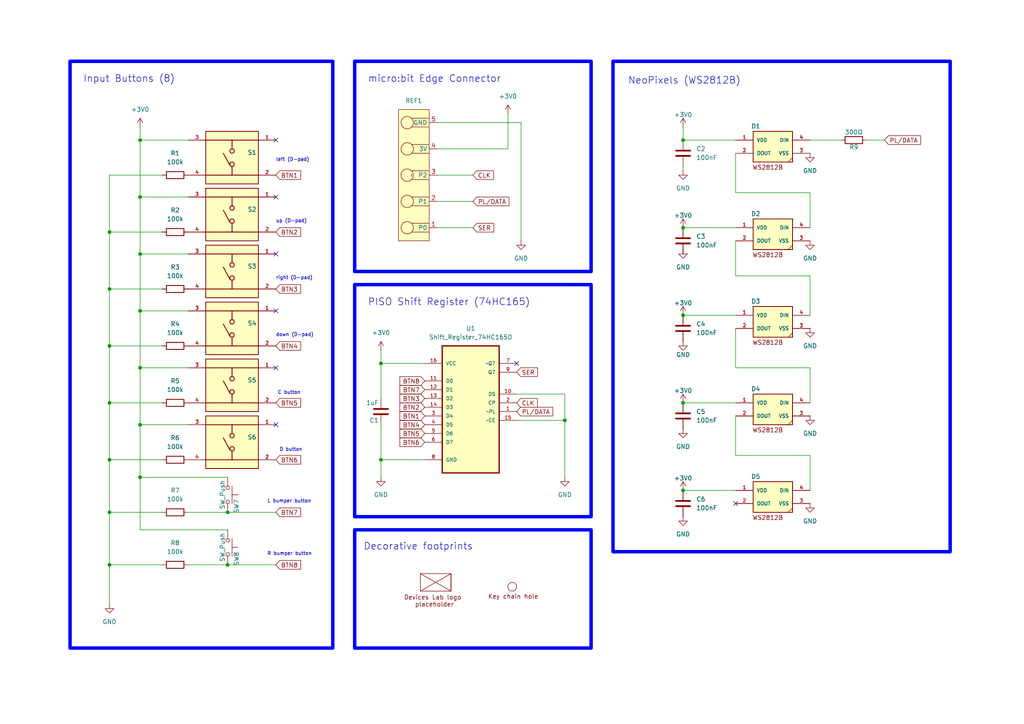
<source format=kicad_sch>
(kicad_sch (version 20231120) (generator "eeschema") (generator_version "8.0")
  (paper "A4")
  (title_block (title "solder:bit Gamepad") (date "2024-06-19") (rev "v0.5") (company "Aron Eggens"))
  (lib_symbols
    (symbol "Device:C" (pin_numbers hide) (pin_names (offset 0.254))
      (property "Reference" "C" (at 0.635 2.54 0))
      (property "Value" "C" (at 0.635 -2.54 0))
      (symbol "C_0_1"
        (polyline (pts (xy -2.032 -0.762) (xy 2.032 -0.762)) (stroke (width 0.508)))
        (polyline (pts (xy -2.032 0.762) (xy 2.032 0.762)) (stroke (width 0.508)))
      )
      (symbol "C_1_1"
        (pin passive line (at 0 3.81 270) (length 2.794) (name "~") (number "1"))
        (pin passive line (at 0 -3.81 90) (length 2.794) (name "~") (number "2"))
      )
    )
    (symbol "Device:R" (pin_numbers hide) (pin_names (offset 0))
      (property "Reference" "R" (at 2.032 0 90))
      (property "Value" "R" (at 0 0 90))
      (symbol "R_0_1"
        (rectangle (start -1.016 -2.54) (end 1.016 2.54) (stroke (width 0.254)))
      )
      (symbol "R_1_1"
        (pin passive line (at 0 3.81 270) (length 1.27) (name "~") (number "1"))
        (pin passive line (at 0 -3.81 90) (length 1.27) (name "~") (number "2"))
      )
    )
    (symbol "Solderbit_Gamepad:Devices-Lab_Logo_Placeholder" (in_bom no)
      (symbol "Devices-Lab_Logo_Placeholder_0_1"
        (rectangle (start -3.81 -1.27) (end 5.08 -6.35))
        (polyline (pts (xy -3.81 -1.27) (xy 5.08 -6.35) (xy 5.08 -1.27) (xy -3.81 -6.35)))
      )
      (symbol "Devices-Lab_Logo_Placeholder_1_1"
        (text "Devices Lab logo \nplaceholder" (at 0.254 -9.144 0) (effects (font (size 1.27 1.27))))
      )
    )
    (symbol "Solderbit_Gamepad:Key_Chain_Hole" (in_bom no)
      (symbol "Key_Chain_Hole_0_1"
        (circle (center 0 -2.54) (radius 1.27))
      )
      (symbol "Key_Chain_Hole_1_1"
        (text "Key chain hole" (at 0.254 -5.334 0) (effects (font (size 1.27 1.27))))
      )
    )
    (symbol "Solderbit_Gamepad:Microbit_Edge_Connector"
      (property "Reference" "REF" (at -22.86 5.08 0))
      (symbol "Microbit_Edge_Connector_0_1"
        (circle (center -15.24 2.54) (radius 1.7961))
        (circle (center -7.62 2.54) (radius 1.7961))
        (polyline (pts (xy -16.51 -3.81) (xy -16.51 1.27)))
        (polyline (pts (xy -13.97 1.27) (xy -13.97 -3.81)))
        (polyline (pts (xy -8.89 -3.81) (xy -8.89 1.27)))
        (polyline (pts (xy -6.35 1.27) (xy -6.35 -3.81)))
        (polyline (pts (xy -1.27 -3.81) (xy -1.27 1.27)))
        (polyline (pts (xy 1.27 1.27) (xy 1.27 -3.81)))
        (polyline (pts (xy 6.35 1.27) (xy 6.35 -3.81)))
        (polyline (pts (xy 8.89 -3.81) (xy 8.89 1.27)))
        (polyline (pts (xy 13.97 1.27) (xy 13.97 -3.81)))
        (polyline (pts (xy 16.51 1.27) (xy 16.51 -3.81)))
        (circle (center 0 2.54) (radius 1.7961))
        (circle (center 7.62 2.54) (radius 1.7961))
        (circle (center 15.24 2.54) (radius 1.7961))
      )
      (symbol "Microbit_Edge_Connector_1_1"
        (rectangle (start -19.05 5.08) (end 19.05 -3.81) (fill (type background)))
        (pin bidirectional line (at -15.24 -6.35 90) (length 2.54) (name "P0") (number "1"))
        (pin bidirectional line (at -7.62 -6.35 90) (length 2.54) (name "P1") (number "2"))
        (pin bidirectional line (at 0 -6.35 90) (length 2.54) (name "P2") (number "3"))
        (pin power_out line (at 7.62 -6.35 90) (length 2.54) (name "3V") (number "4"))
        (pin power_out line (at 15.24 -6.35 90) (length 2.54) (name "GND") (number "5"))
      )
    )
    (symbol "Solderbit_Gamepad:NeoPixel_WS2812B" (pin_names (offset 1.016))
      (property "Reference" "D" (at -5.588 8.382 0))
      (symbol "NeoPixel_WS2812B_0_0"
        (rectangle (start -6.35 7.62) (end 5.08 -1.27) (stroke (width 0.254)) (fill (type background)))
        (text "WS2812B" (at -6.604 -3.556 0) (effects (font (size 1.27 1.27)) (justify left bottom)))
      )
      (symbol "NeoPixel_WS2812B_0_1"
        (polyline (pts (xy 5.08 0) (xy 3.81 -1.27)))
      )
      (symbol "NeoPixel_WS2812B_1_0"
        (pin power_in line (at -11.43 5.08 0) (length 5.08) (name "VDD") (number "1"))
        (pin output line (at -11.43 1.27 0) (length 5.08) (name "DOUT") (number "2"))
        (pin power_in line (at 10.16 1.27 180) (length 5.08) (name "VSS") (number "3"))
        (pin input line (at 10.16 5.08 180) (length 5.08) (name "DIN") (number "4"))
      )
    )
    (symbol "Solderbit_Gamepad:Shift_Register_74HC165D" (pin_names (offset 1.016))
      (property "Reference" "U" (at -12.7 22.86 0))
      (property "Value" "Shift_Register_74HC165D" (at -11.43 -19.05 0))
      (symbol "Shift_Register_74HC165D_0_0"
        (rectangle (start -12.7 21.59) (end 3.81 -15.24) (stroke (width 0.4064)) (fill (type background)))
        (pin input line (at 8.89 2.54 180) (length 5.08) (name "~PL") (number "1"))
        (pin input line (at 8.89 7.62 180) (length 5.08) (name "DS") (number "10"))
        (pin input line (at -17.78 11.43 0) (length 5.08) (name "D0") (number "11"))
        (pin input line (at -17.78 8.89 0) (length 5.08) (name "D1") (number "12"))
        (pin input line (at -17.78 6.35 0) (length 5.08) (name "D2") (number "13"))
        (pin input line (at -17.78 3.81 0) (length 5.08) (name "D3") (number "14"))
        (pin input line (at 8.89 0 180) (length 5.08) (name "~CE") (number "15"))
        (pin power_in line (at -17.78 16.51 0) (length 5.08) (name "VCC") (number "16"))
        (pin input line (at 8.89 5.08 180) (length 5.08) (name "CP") (number "2"))
        (pin input line (at -17.78 1.27 0) (length 5.08) (name "D4") (number "3"))
        (pin input line (at -17.78 -1.27 0) (length 5.08) (name "D5") (number "4"))
        (pin input line (at -17.78 -3.81 0) (length 5.08) (name "D6") (number "5"))
        (pin input line (at -17.78 -6.35 0) (length 5.08) (name "D7") (number "6"))
        (pin output line (at 8.89 16.51 180) (length 5.08) (name "~Q7") (number "7"))
        (pin passive line (at -17.78 -11.43 0) (length 5.08) (name "GND") (number "8"))
        (pin output line (at 8.89 13.97 180) (length 5.08) (name "Q7") (number "9"))
      )
    )
    (symbol "Solderbit_Gamepad:Tactile_Switch_Button" (pin_names (offset 1.016))
      (property "Reference" "S" (at -7.112 0.762 0))
      (symbol "Tactile_Switch_Button_0_0"
        (circle (center 0 -1.905) (radius 0.635) (stroke (width 0.254)))
        (polyline (pts (xy 0 -5.08) (xy -7.62 -5.08)) (stroke (width 0.254)))
        (polyline (pts (xy 0 -5.08) (xy 7.62 -5.08)) (stroke (width 0.254)))
        (polyline (pts (xy 0 -2.54) (xy 0 -5.08)) (stroke (width 0.254)))
        (polyline (pts (xy 0 5.08) (xy -7.62 5.08)) (stroke (width 0.254)))
        (polyline (pts (xy 0 5.08) (xy 0 2.54)) (stroke (width 0.254)))
        (polyline (pts (xy 0 5.08) (xy 7.62 5.08)) (stroke (width 0.254)))
        (polyline (pts (xy 0.635 -2.2225) (xy 2.54 1.27)) (stroke (width 0.254)))
        (circle (center 0 1.905) (radius 0.635) (stroke (width 0.254)))
        (pin passive line (at -12.7 5.08 0) (length 5.08) (name "~") (number "1"))
        (pin passive line (at -12.7 -5.08 0) (length 5.08) (name "~") (number "2"))
        (pin passive line (at 12.7 5.08 180) (length 5.08) (name "~") (number "3"))
        (pin passive line (at 12.7 -5.08 180) (length 5.08) (name "~") (number "4"))
      )
      (symbol "Tactile_Switch_Button_1_0"
        (rectangle (start -7.62 7.62) (end 7.62 -7.62) (stroke (width 0.254)) (fill (type background)))
      )
    )
    (symbol "Switch:SW_Push" (pin_numbers hide) (pin_names (offset 1.016) hide)
      (property "Reference" "SW" (at 1.27 2.54 0))
      (property "Value" "SW_Push" (at 0 -1.524 0))
      (symbol "SW_Push_0_1"
        (circle (center -2.032 0) (radius 0.508))
        (polyline (pts (xy 0 1.27) (xy 0 3.048)))
        (polyline (pts (xy 2.54 1.27) (xy -2.54 1.27)))
        (circle (center 2.032 0) (radius 0.508))
        (pin passive line (at -5.08 0 0) (length 2.54) (name "1") (number "1"))
        (pin passive line (at 5.08 0 180) (length 2.54) (name "2") (number "2"))
      )
    )
    (symbol "power:+3V0" (power) (pin_numbers hide) (pin_names (offset 0) hide)
      (property "Value" "+3V0" (at 0 3.556 0))
      (symbol "+3V0_0_1"
        (polyline (pts (xy -0.762 1.27) (xy 0 2.54)))
        (polyline (pts (xy 0 0) (xy 0 2.54)))
        (polyline (pts (xy 0 2.54) (xy 0.762 1.27)))
      )
      (symbol "+3V0_1_1"
        (pin power_in line (at 0 0 90) (length 0) (name "~") (number "1"))
      )
    )
    (symbol "power:GND" (power) (pin_numbers hide) (pin_names (offset 0) hide)
      (property "Value" "GND" (at 0 -3.81 0))
      (symbol "GND_0_1"
        (polyline (pts (xy 0 0) (xy 0 -1.27) (xy 1.27 -1.27) (xy 0 -2.54) (xy -1.27 -1.27) (xy 0 -1.27)))
      )
      (symbol "GND_1_1"
        (pin power_in line (at 0 0 270) (length 0) (name "~") (number "1"))
      )
    )
  )
  (junction (at 31.75 163.83))
  (junction (at 66.04 163.83))
  (junction (at 198.12 91.44))
  (junction (at 40.64 73.66))
  (junction (at 198.12 40.64))
  (junction (at 31.75 148.59))
  (junction (at 40.64 123.19))
  (junction (at 40.64 106.68))
  (junction (at 31.75 116.84))
  (junction (at 110.49 133.35))
  (junction (at 110.49 105.41))
  (junction (at 198.12 116.84))
  (junction (at 40.64 40.64))
  (junction (at 40.64 138.43))
  (junction (at 198.12 66.04))
  (junction (at 31.75 133.35))
  (junction (at 163.83 121.92))
  (junction (at 66.04 148.59))
  (junction (at 31.75 100.33))
  (junction (at 198.12 142.24))
  (junction (at 40.64 57.15))
  (junction (at 40.64 90.17))
  (junction (at 31.75 67.31))
  (junction (at 31.75 83.82))
  (no_connect (at 213.36 146.05))
  (no_connect (at 80.01 106.68))
  (no_connect (at 80.01 90.17))
  (no_connect (at 80.01 73.66))
  (no_connect (at 80.01 40.64))
  (no_connect (at 149.86 105.41))
  (no_connect (at 80.01 57.15))
  (no_connect (at 80.01 123.19))
  (wire (pts (xy 234.95 106.68) (xy 234.95 116.84)))
  (wire (pts (xy 198.12 36.83) (xy 198.12 40.64)))
  (wire (pts (xy 213.36 44.45) (xy 213.36 55.88)))
  (wire (pts (xy 198.12 66.04) (xy 213.36 66.04)))
  (wire (pts (xy 198.12 142.24) (xy 213.36 142.24)))
  (wire (pts (xy 213.36 106.68) (xy 234.95 106.68)))
  (wire (pts (xy 151.13 35.56) (xy 151.13 69.85)))
  (wire (pts (xy 110.49 123.19) (xy 110.49 133.35)))
  (wire (pts (xy 40.64 138.43) (xy 40.64 153.67)))
  (wire (pts (xy 31.75 67.31) (xy 31.75 83.82)))
  (wire (pts (xy 234.95 132.08) (xy 234.95 142.24)))
  (wire (pts (xy 40.64 73.66) (xy 40.64 90.17)))
  (wire (pts (xy 31.75 83.82) (xy 31.75 100.33)))
  (wire (pts (xy 149.86 121.92) (xy 163.83 121.92)))
  (wire (pts (xy 213.36 132.08) (xy 234.95 132.08)))
  (wire (pts (xy 46.99 133.35) (xy 31.75 133.35)))
  (wire (pts (xy 127 35.56) (xy 151.13 35.56)))
  (wire (pts (xy 110.49 105.41) (xy 110.49 115.57)))
  (wire (pts (xy 66.04 148.59) (xy 80.01 148.59)))
  (wire (pts (xy 40.64 40.64) (xy 40.64 57.15)))
  (wire (pts (xy 40.64 138.43) (xy 66.04 138.43)))
  (wire (pts (xy 256.54 40.64) (xy 251.46 40.64)))
  (wire (pts (xy 163.83 114.3) (xy 163.83 121.92)))
  (wire (pts (xy 127 50.8) (xy 137.16 50.8)))
  (wire (pts (xy 46.99 163.83) (xy 31.75 163.83)))
  (wire (pts (xy 31.75 116.84) (xy 31.75 133.35)))
  (wire (pts (xy 123.19 105.41) (xy 110.49 105.41)))
  (wire (pts (xy 54.61 106.68) (xy 40.64 106.68)))
  (wire (pts (xy 40.64 123.19) (xy 40.64 138.43)))
  (wire (pts (xy 127 66.04) (xy 137.16 66.04)))
  (wire (pts (xy 198.12 116.84) (xy 213.36 116.84)))
  (wire (pts (xy 198.12 73.66) (xy 198.12 72.39)))
  (wire (pts (xy 54.61 123.19) (xy 40.64 123.19)))
  (wire (pts (xy 234.95 80.01) (xy 234.95 91.44)))
  (wire (pts (xy 149.86 114.3) (xy 163.83 114.3)))
  (wire (pts (xy 110.49 105.41) (xy 110.49 101.6)))
  (wire (pts (xy 46.99 148.59) (xy 31.75 148.59)))
  (wire (pts (xy 40.64 73.66) (xy 54.61 73.66)))
  (wire (pts (xy 46.99 50.8) (xy 31.75 50.8)))
  (wire (pts (xy 198.12 91.44) (xy 213.36 91.44)))
  (wire (pts (xy 127 58.42) (xy 137.16 58.42)))
  (wire (pts (xy 213.36 55.88) (xy 234.95 55.88)))
  (wire (pts (xy 163.83 121.92) (xy 163.83 138.43)))
  (wire (pts (xy 31.75 100.33) (xy 46.99 100.33)))
  (wire (pts (xy 147.32 43.18) (xy 127 43.18)))
  (wire (pts (xy 213.36 69.85) (xy 213.36 80.01)))
  (wire (pts (xy 46.99 116.84) (xy 31.75 116.84)))
  (wire (pts (xy 40.64 36.83) (xy 40.64 40.64)))
  (wire (pts (xy 31.75 50.8) (xy 31.75 67.31)))
  (wire (pts (xy 31.75 100.33) (xy 31.75 116.84)))
  (wire (pts (xy 234.95 55.88) (xy 234.95 66.04)))
  (wire (pts (xy 40.64 90.17) (xy 54.61 90.17)))
  (wire (pts (xy 198.12 48.26) (xy 198.12 49.53)))
  (wire (pts (xy 123.19 133.35) (xy 110.49 133.35)))
  (wire (pts (xy 46.99 67.31) (xy 31.75 67.31)))
  (wire (pts (xy 54.61 40.64) (xy 40.64 40.64)))
  (wire (pts (xy 54.61 57.15) (xy 40.64 57.15)))
  (wire (pts (xy 213.36 95.25) (xy 213.36 106.68)))
  (wire (pts (xy 31.75 133.35) (xy 31.75 148.59)))
  (wire (pts (xy 213.36 80.01) (xy 234.95 80.01)))
  (wire (pts (xy 234.95 40.64) (xy 243.84 40.64)))
  (wire (pts (xy 147.32 33.02) (xy 147.32 43.18)))
  (wire (pts (xy 54.61 148.59) (xy 66.04 148.59)))
  (wire (pts (xy 31.75 148.59) (xy 31.75 163.83)))
  (wire (pts (xy 110.49 133.35) (xy 110.49 138.43)))
  (wire (pts (xy 31.75 163.83) (xy 31.75 175.26)))
  (wire (pts (xy 198.12 40.64) (xy 213.36 40.64)))
  (wire (pts (xy 40.64 123.19) (xy 40.64 106.68)))
  (wire (pts (xy 54.61 163.83) (xy 66.04 163.83)))
  (wire (pts (xy 40.64 153.67) (xy 66.04 153.67)))
  (wire (pts (xy 66.04 163.83) (xy 80.01 163.83)))
  (wire (pts (xy 213.36 120.65) (xy 213.36 132.08)))
  (wire (pts (xy 40.64 57.15) (xy 40.64 73.66)))
  (wire (pts (xy 31.75 83.82) (xy 46.99 83.82)))
  (wire (pts (xy 40.64 90.17) (xy 40.64 106.68)))
  (rectangle (start 177.8 17.78) (end 275.59 160.02) (stroke (width 1) (color 0 0 255 0.15)))
  (rectangle (start 20.32 17.78) (end 96.52 187.96) (stroke (width 1) (color 0 0 255 0.15)))
  (rectangle (start 102.87 153.67) (end 171.45 187.96) (stroke (width 1) (color 0 0 255 0.15)))
  (rectangle (start 102.87 82.55) (end 171.45 149.86) (stroke (width 1) (color 0 0 255 0.15)))
  (rectangle (start 102.87 17.78) (end 171.45 78.74) (stroke (width 1) (color 0 0 255 0.15)))
  (text "D button" (at 81.026 131.064 0) (effects (font (size 1 1)) (justify left bottom)))
  (text "down (D-pad)" (at 80.01 97.79 0) (effects (font (size 1 1)) (justify left bottom)))
  (text "NeoPixels (WS2812B)\n" (at 182.118 24.638 0) (effects (font (size 2 2)) (justify left bottom)))
  (text "C button" (at 80.518 114.554 0) (effects (font (size 1 1)) (justify left bottom)))
  (text "Input Buttons (8)" (at 24.13 24.13 0) (effects (font (size 2 2)) (justify left bottom)))
  (text "L bumper button" (at 77.47 146.05 0) (effects (font (size 1 1)) (justify left bottom)))
  (text "left (D-pad)" (at 80.01 46.99 0) (effects (font (size 1 1)) (justify left bottom)))
  (text "R bumper button" (at 77.47 161.29 0) (effects (font (size 1 1)) (justify left bottom)))
  (text "micro:bit Edge Connector\n" (at 106.68 24.13 0) (effects (font (size 2 2)) (justify left bottom)))
  (text "right (D-pad)" (at 80.01 81.28 0) (effects (font (size 1 1)) (justify left bottom)))
  (text "Decorative footprints" (at 105.41 159.766 0) (effects (font (size 2 2)) (justify left bottom)))
  (text "up (D-pad)" (at 80.01 64.77 0) (effects (font (size 1 1)) (justify left bottom)))
  (text "PISO Shift Register (74HC165)" (at 106.68 88.9 0) (effects (font (size 2 2)) (justify left bottom)))
  (global_label "BTN2" (shape input) (at 123.19 118.11 180) (property "Intersheetrefs" "${INTERSHEET_REFS}" (effects (hide yes))))
  (global_label "BTN8" (shape input) (at 80.01 163.83 0) (property "Intersheetrefs" "${INTERSHEET_REFS}" (effects (hide yes))))
  (global_label "SER" (shape input) (at 149.86 107.95 0) (property "Intersheetrefs" "${INTERSHEET_REFS}" (effects (hide yes))))
  (global_label "BTN5" (shape input) (at 123.19 125.73 180) (property "Intersheetrefs" "${INTERSHEET_REFS}" (effects (hide yes))))
  (global_label "BTN3" (shape input) (at 80.01 83.82 0) (property "Intersheetrefs" "${INTERSHEET_REFS}" (effects (hide yes))))
  (global_label "CLK" (shape input) (at 149.86 116.84 0) (property "Intersheetrefs" "${INTERSHEET_REFS}" (effects (hide yes))))
  (global_label "BTN1" (shape input) (at 123.19 120.65 180) (property "Intersheetrefs" "${INTERSHEET_REFS}" (effects (hide yes))))
  (global_label "BTN4" (shape input) (at 80.01 100.33 0) (property "Intersheetrefs" "${INTERSHEET_REFS}" (effects (hide yes))))
  (global_label "BTN6" (shape input) (at 123.19 128.27 180) (property "Intersheetrefs" "${INTERSHEET_REFS}" (effects (hide yes))))
  (global_label "BTN4" (shape input) (at 123.19 123.19 180) (property "Intersheetrefs" "${INTERSHEET_REFS}" (effects (hide yes))))
  (global_label "PL{slash}DATA" (shape input) (at 256.54 40.64 0) (property "Intersheetrefs" "${INTERSHEET_REFS}" (effects (hide yes))))
  (global_label "SER" (shape input) (at 137.16 66.04 0) (property "Intersheetrefs" "${INTERSHEET_REFS}" (effects (hide yes))))
  (global_label "BTN1" (shape input) (at 80.01 50.8 0) (property "Intersheetrefs" "${INTERSHEET_REFS}" (effects (hide yes))))
  (global_label "BTN7" (shape input) (at 123.19 113.03 180) (property "Intersheetrefs" "${INTERSHEET_REFS}" (effects (hide yes))))
  (global_label "PL{slash}DATA" (shape input) (at 149.86 119.38 0) (property "Intersheetrefs" "${INTERSHEET_REFS}" (effects (hide yes))))
  (global_label "BTN5" (shape input) (at 80.01 116.84 0) (property "Intersheetrefs" "${INTERSHEET_REFS}" (effects (hide yes))))
  (global_label "PL{slash}DATA" (shape input) (at 137.16 58.42 0) (property "Intersheetrefs" "${INTERSHEET_REFS}" (effects (hide yes))))
  (global_label "BTN2" (shape input) (at 80.01 67.31 0) (property "Intersheetrefs" "${INTERSHEET_REFS}" (effects (hide yes))))
  (global_label "CLK" (shape input) (at 137.16 50.8 0) (property "Intersheetrefs" "${INTERSHEET_REFS}" (effects (hide yes))))
  (global_label "BTN3" (shape input) (at 123.19 115.57 180) (property "Intersheetrefs" "${INTERSHEET_REFS}" (effects (hide yes))))
  (global_label "BTN6" (shape input) (at 80.01 133.35 0) (property "Intersheetrefs" "${INTERSHEET_REFS}" (effects (hide yes))))
  (global_label "BTN8" (shape input) (at 123.19 110.49 180) (property "Intersheetrefs" "${INTERSHEET_REFS}" (effects (hide yes))))
  (global_label "BTN7" (shape input) (at 80.01 148.59 0) (property "Intersheetrefs" "${INTERSHEET_REFS}" (effects (hide yes))))
  (symbol (lib_id "power:GND") (at 234.95 146.05 0) (unit 1)
    (property "Reference" "#PWR015" (effects (hide yes)))
    (property "Value" "GND" (at 234.95 151.13 0))
    (property "Description" "Power symbol creates a global label with name \"GND\" , ground" (effects (hide yes)))
  )
  (symbol (lib_id "power:GND") (at 31.75 175.26 0) (mirror y) (unit 1)
    (property "Reference" "#PWR02" (effects (hide yes)))
    (property "Value" "GND" (at 31.75 180.34 0))
    (property "Description" "Power symbol creates a global label with name \"GND\" , ground" (effects (hide yes)))
  )
  (symbol (lib_id "Solderbit_Gamepad:Tactile_Switch_Button") (at 67.31 62.23 0) (mirror y) (unit 1)
    (property "Reference" "S2" (at 74.422 61.468 0) (effects (justify left bottom)))
    (property "Footprint" "Solderbit_Gamepad:Tactile_Switch" (effects (hide yes)))
  )
  (symbol (lib_id "power:+3V0") (at 198.12 36.83 0) (unit 1)
    (property "Reference" "#PWR019" (effects (hide yes)))
    (property "Value" "+3V0" (at 198.12 33.274 0))
    (property "Description" "Power symbol creates a global label with name \"+3V0\"" (effects (hide yes)))
  )
  (symbol (lib_id "power:GND") (at 198.12 49.53 0) (unit 1)
    (property "Reference" "#PWR08" (effects (hide yes)))
    (property "Value" "GND" (at 198.12 54.61 0))
    (property "Description" "Power symbol creates a global label with name \"GND\" , ground" (effects (hide yes)))
  )
  (symbol (lib_id "Solderbit_Gamepad:Devices-Lab_Logo_Placeholder") (at 125.73 165.1 0) (unit 1) (in_bom no)
    (property "Reference" "G1" (effects (hide yes)))
    (property "Footprint" "Solderbit_Gamepad:Devices-Lab_Logo" (effects (hide yes)))
  )
  (symbol (lib_id "Solderbit_Gamepad:Tactile_Switch_Button") (at 67.31 95.25 0) (mirror y) (unit 1)
    (property "Reference" "S4" (at 74.422 94.488 0) (effects (justify left bottom)))
    (property "Footprint" "Solderbit_Gamepad:Tactile_Switch" (effects (hide yes)))
  )
  (symbol (lib_id "Switch:SW_Push") (at 66.04 143.51 270) (unit 1)
    (property "Reference" "SW7" (at 68.58 144.78 0) (effects (justify left)))
    (property "Value" "SW_Push" (at 64.516 143.51 0))
    (property "Footprint" "Solderbit_Gamepad:Tactile_Switch_Right_Angle" (effects (hide yes)))
    (property "Description" "Push button switch, generic, two pins" (effects (hide yes)))
  )
  (symbol (lib_id "Device:C") (at 198.12 44.45 0) (unit 1)
    (property "Reference" "C2" (at 201.93 43.1799 0) (effects (justify left)))
    (property "Value" "100nF" (at 201.93 45.7199 0) (effects (justify left)))
    (property "Footprint" "Solderbit_Gamepad:1206_Capacitor" (effects (hide yes)))
    (property "Description" "Unpolarized capacitor" (effects (hide yes)))
  )
  (symbol (lib_id "power:+3V0") (at 110.49 101.6 0) (unit 1)
    (property "Reference" "#PWR03" (effects (hide yes)))
    (property "Value" "+3V0" (at 110.49 96.52 0))
    (property "Description" "Power symbol creates a global label with name \"+3V0\"" (effects (hide yes)))
  )
  (symbol (lib_id "Switch:SW_Push") (at 66.04 158.75 270) (unit 1)
    (property "Reference" "SW8" (at 68.58 160.02 0) (effects (justify left)))
    (property "Value" "SW_Push" (at 64.516 158.75 0))
    (property "Footprint" "Solderbit_Gamepad:Tactile_Switch_Right_Angle" (effects (hide yes)))
    (property "Description" "Push button switch, generic, two pins" (effects (hide yes)))
  )
  (symbol (lib_id "Solderbit_Gamepad:Key_Chain_Hole") (at 148.59 167.64 0) (unit 1) (in_bom no)
    (property "Reference" "G3" (effects (hide yes)))
    (property "Footprint" "Solderbit_Gamepad:Key_Chain_Hole" (effects (hide yes)))
  )
  (symbol (lib_id "Solderbit_Gamepad:Shift_Register_74HC165D") (at 140.97 121.92 0) (unit 1)
    (property "Reference" "U1" (at 136.525 95.25 0))
    (property "Value" "Shift_Register_74HC165D" (at 136.525 97.79 0))
    (property "Footprint" "Solderbit_Gamepad:Shift_Register_74HC165D" (effects (hide yes)))
  )
  (symbol (lib_id "power:+3V0") (at 198.12 66.04 0) (unit 1)
    (property "Reference" "#PWR020" (effects (hide yes)))
    (property "Value" "+3V0" (at 198.12 62.484 0))
    (property "Description" "Power symbol creates a global label with name \"+3V0\"" (effects (hide yes)))
  )
  (symbol (lib_id "Solderbit_Gamepad:Microbit_Edge_Connector") (at 120.65 50.8 90) (unit 1)
    (property "Reference" "REF1" (at 120.015 29.21 90))
    (property "Value" "~" (at 119.38 50.8 0))
    (property "Footprint" "Solderbit_Gamepad:Microbit_Edge_Connector" (effects (hide yes)))
  )
  (symbol (lib_id "Solderbit_Gamepad:NeoPixel_WS2812B") (at 224.79 96.52 0) (unit 1)
    (property "Reference" "D3" (at 219.202 88.138 0) (effects (justify bottom)))
    (property "Value" "NeoPixel_WS2812B" (effects (hide yes)))
    (property "Footprint" "Solderbit_Gamepad:NeoPixel_WS2812B" (effects (hide yes)))
  )
  (symbol (lib_id "Solderbit_Gamepad:Tactile_Switch_Button") (at 67.31 45.72 0) (mirror y) (unit 1)
    (property "Reference" "S1" (at 74.422 44.958 0) (effects (justify left bottom)))
    (property "Footprint" "Solderbit_Gamepad:Tactile_Switch" (effects (hide yes)))
  )
  (symbol (lib_id "power:GND") (at 198.12 99.06 0) (unit 1)
    (property "Reference" "#PWR013" (effects (hide yes)))
    (property "Value" "GND" (at 198.12 102.87 0))
    (property "Description" "Power symbol creates a global label with name \"GND\" , ground" (effects (hide yes)))
  )
  (symbol (lib_id "Device:R") (at 50.8 100.33 270) (mirror x) (unit 1)
    (property "Reference" "R4" (at 50.8 93.98 90))
    (property "Value" "100k" (at 50.8 96.52 90))
    (property "Footprint" "Solderbit_Gamepad:1206_Resistor" (effects (hide yes)))
    (property "Description" "Resistor" (effects (hide yes)))
  )
  (symbol (lib_id "Device:C") (at 198.12 95.25 0) (unit 1)
    (property "Reference" "C4" (at 201.93 93.9799 0) (effects (justify left)))
    (property "Value" "100nF" (at 201.93 96.5199 0) (effects (justify left)))
    (property "Footprint" "Solderbit_Gamepad:1206_Capacitor" (effects (hide yes)))
    (property "Description" "Unpolarized capacitor" (effects (hide yes)))
  )
  (symbol (lib_id "Device:C") (at 198.12 146.05 0) (unit 1)
    (property "Reference" "C6" (at 201.93 144.7799 0) (effects (justify left)))
    (property "Value" "100nF" (at 201.93 147.3199 0) (effects (justify left)))
    (property "Footprint" "Solderbit_Gamepad:1206_Capacitor" (effects (hide yes)))
    (property "Description" "Unpolarized capacitor" (effects (hide yes)))
  )
  (symbol (lib_id "power:GND") (at 198.12 72.39 0) (unit 1)
    (property "Reference" "#PWR012" (effects (hide yes)))
    (property "Value" "GND" (at 198.12 77.47 0))
    (property "Description" "Power symbol creates a global label with name \"GND\" , ground" (effects (hide yes)))
  )
  (symbol (lib_id "Device:R") (at 50.8 133.35 270) (mirror x) (unit 1)
    (property "Reference" "R6" (at 50.8 127 90))
    (property "Value" "100k" (at 50.8 129.54 90))
    (property "Footprint" "Solderbit_Gamepad:1206_Resistor" (effects (hide yes)))
    (property "Description" "Resistor" (effects (hide yes)))
  )
  (symbol (lib_id "power:+3V0") (at 198.12 91.44 0) (unit 1)
    (property "Reference" "#PWR021" (effects (hide yes)))
    (property "Value" "+3V0" (at 198.12 87.884 0))
    (property "Description" "Power symbol creates a global label with name \"+3V0\"" (effects (hide yes)))
  )
  (symbol (lib_id "Device:R") (at 247.65 40.64 270) (unit 1)
    (property "Reference" "R9" (at 247.65 42.672 90))
    (property "Value" "300Ω" (at 247.65 38.354 90))
    (property "Footprint" "Solderbit_Gamepad:1206_Resistor" (effects (hide yes)))
    (property "Description" "Resistor" (effects (hide yes)))
  )
  (symbol (lib_id "Device:R") (at 50.8 148.59 90) (mirror x) (unit 1)
    (property "Reference" "R7" (at 50.8 142.24 90))
    (property "Value" "100k" (at 50.8 144.78 90))
    (property "Footprint" "Solderbit_Gamepad:1206_Resistor" (effects (hide yes)))
    (property "Description" "Resistor" (effects (hide yes)))
  )
  (symbol (lib_id "power:GND") (at 234.95 120.65 0) (unit 1)
    (property "Reference" "#PWR05" (effects (hide yes)))
    (property "Value" "GND" (at 234.95 125.73 0))
    (property "Description" "Power symbol creates a global label with name \"GND\" , ground" (effects (hide yes)))
  )
  (symbol (lib_id "Solderbit_Gamepad:Tactile_Switch_Button") (at 67.31 128.27 0) (mirror y) (unit 1)
    (property "Reference" "S6" (at 74.422 127.508 0) (effects (justify left bottom)))
    (property "Footprint" "Solderbit_Gamepad:Tactile_Switch" (effects (hide yes)))
  )
  (symbol (lib_id "power:+3V0") (at 40.64 36.83 0) (mirror y) (unit 1)
    (property "Reference" "#PWR01" (effects (hide yes)))
    (property "Value" "+3V0" (at 40.64 31.75 0))
    (property "Description" "Power symbol creates a global label with name \"+3V0\"" (effects (hide yes)))
  )
  (symbol (lib_id "power:GND") (at 151.13 69.85 0) (unit 1)
    (property "Reference" "#PWR011" (effects (hide yes)))
    (property "Value" "GND" (at 151.13 74.93 0))
    (property "Description" "Power symbol creates a global label with name \"GND\" , ground" (effects (hide yes)))
  )
  (symbol (lib_id "Device:C") (at 198.12 120.65 0) (unit 1)
    (property "Reference" "C5" (at 201.93 119.3799 0) (effects (justify left)))
    (property "Value" "100nF" (at 201.93 121.9199 0) (effects (justify left)))
    (property "Footprint" "Solderbit_Gamepad:1206_Capacitor" (effects (hide yes)))
    (property "Description" "Unpolarized capacitor" (effects (hide yes)))
  )
  (symbol (lib_id "power:GND") (at 110.49 138.43 0) (unit 1)
    (property "Reference" "#PWR04" (effects (hide yes)))
    (property "Value" "GND" (at 110.49 143.51 0))
    (property "Description" "Power symbol creates a global label with name \"GND\" , ground" (effects (hide yes)))
  )
  (symbol (lib_id "power:GND") (at 198.12 149.86 0) (unit 1)
    (property "Reference" "#PWR016" (effects (hide yes)))
    (property "Value" "GND" (at 198.12 154.94 0))
    (property "Description" "Power symbol creates a global label with name \"GND\" , ground" (effects (hide yes)))
  )
  (symbol (lib_id "Device:C") (at 110.49 119.38 180) (unit 1)
    (property "Reference" "C1" (at 109.855 121.92 0) (effects (justify left)))
    (property "Value" "1uF" (at 109.855 116.84 0) (effects (justify left)))
    (property "Footprint" "Solderbit_Gamepad:1206_Capacitor" (effects (hide yes)))
    (property "Description" "Unpolarized capacitor" (effects (hide yes)))
  )
  (symbol (lib_id "Solderbit_Gamepad:NeoPixel_WS2812B") (at 224.79 147.32 0) (unit 1)
    (property "Reference" "D5" (at 219.202 138.938 0) (effects (justify bottom)))
    (property "Value" "NeoPixel_WS2812B" (effects (hide yes)))
    (property "Footprint" "Solderbit_Gamepad:NeoPixel_WS2812B" (effects (hide yes)))
  )
  (symbol (lib_id "Solderbit_Gamepad:NeoPixel_WS2812B") (at 224.79 121.92 0) (unit 1)
    (property "Reference" "D4" (at 219.202 113.538 0) (effects (justify bottom)))
    (property "Value" "NeoPixel_WS2812B" (effects (hide yes)))
    (property "Footprint" "Solderbit_Gamepad:NeoPixel_WS2812B" (effects (hide yes)))
  )
  (symbol (lib_id "power:GND") (at 234.95 44.45 0) (unit 1)
    (property "Reference" "#PWR018" (effects (hide yes)))
    (property "Value" "GND" (at 234.95 49.53 0))
    (property "Description" "Power symbol creates a global label with name \"GND\" , ground" (effects (hide yes)))
  )
  (symbol (lib_id "Solderbit_Gamepad:Tactile_Switch_Button") (at 67.31 111.76 0) (mirror y) (unit 1)
    (property "Reference" "S5" (at 74.422 110.998 0) (effects (justify left bottom)))
    (property "Footprint" "Solderbit_Gamepad:Tactile_Switch" (effects (hide yes)))
  )
  (symbol (lib_id "Device:R") (at 50.8 83.82 270) (mirror x) (unit 1)
    (property "Reference" "R3" (at 50.8 77.47 90))
    (property "Value" "100k" (at 50.8 80.01 90))
    (property "Footprint" "Solderbit_Gamepad:1206_Resistor" (effects (hide yes)))
    (property "Description" "Resistor" (effects (hide yes)))
  )
  (symbol (lib_id "Device:R") (at 50.8 163.83 90) (mirror x) (unit 1)
    (property "Reference" "R8" (at 50.8 157.48 90))
    (property "Value" "100k" (at 50.8 160.02 90))
    (property "Footprint" "Solderbit_Gamepad:1206_Resistor" (effects (hide yes)))
    (property "Description" "Resistor" (effects (hide yes)))
  )
  (symbol (lib_id "Device:C") (at 198.12 69.85 0) (unit 1)
    (property "Reference" "C3" (at 201.93 68.5799 0) (effects (justify left)))
    (property "Value" "100nF" (at 201.93 71.1199 0) (effects (justify left)))
    (property "Footprint" "Solderbit_Gamepad:1206_Capacitor" (effects (hide yes)))
    (property "Description" "Unpolarized capacitor" (effects (hide yes)))
  )
  (symbol (lib_id "Solderbit_Gamepad:Tactile_Switch_Button") (at 67.31 78.74 0) (mirror y) (unit 1)
    (property "Reference" "S3" (at 74.422 77.978 0) (effects (justify left bottom)))
    (property "Footprint" "Solderbit_Gamepad:Tactile_Switch" (effects (hide yes)))
  )
  (symbol (lib_id "power:GND") (at 234.95 69.85 0) (unit 1)
    (property "Reference" "#PWR017" (effects (hide yes)))
    (property "Value" "GND" (at 234.95 74.93 0))
    (property "Description" "Power symbol creates a global label with name \"GND\" , ground" (effects (hide yes)))
  )
  (symbol (lib_id "power:+3V0") (at 198.12 142.24 0) (unit 1)
    (property "Reference" "#PWR023" (effects (hide yes)))
    (property "Value" "+3V0" (at 198.12 138.684 0))
    (property "Description" "Power symbol creates a global label with name \"+3V0\"" (effects (hide yes)))
  )
  (symbol (lib_id "power:+3V0") (at 198.12 116.84 0) (unit 1)
    (property "Reference" "#PWR022" (effects (hide yes)))
    (property "Value" "+3V0" (at 198.12 113.284 0))
    (property "Description" "Power symbol creates a global label with name \"+3V0\"" (effects (hide yes)))
  )
  (symbol (lib_id "power:GND") (at 234.95 95.25 0) (unit 1)
    (property "Reference" "#PWR06" (effects (hide yes)))
    (property "Value" "GND" (at 234.95 100.33 0))
    (property "Description" "Power symbol creates a global label with name \"GND\" , ground" (effects (hide yes)))
  )
  (symbol (lib_id "power:+3V0") (at 147.32 33.02 0) (unit 1)
    (property "Reference" "#PWR010" (effects (hide yes)))
    (property "Value" "+3V0" (at 147.32 27.94 0))
    (property "Description" "Power symbol creates a global label with name \"+3V0\"" (effects (hide yes)))
  )
  (symbol (lib_id "Device:R") (at 50.8 116.84 270) (mirror x) (unit 1)
    (property "Reference" "R5" (at 50.8 110.49 90))
    (property "Value" "100k" (at 50.8 113.03 90))
    (property "Footprint" "Solderbit_Gamepad:1206_Resistor" (effects (hide yes)))
    (property "Description" "Resistor" (effects (hide yes)))
  )
  (symbol (lib_id "Device:R") (at 50.8 50.8 270) (mirror x) (unit 1)
    (property "Reference" "R1" (at 50.8 44.45 90))
    (property "Value" "100k" (at 50.8 46.99 90))
    (property "Footprint" "Solderbit_Gamepad:1206_Resistor" (effects (hide yes)))
    (property "Description" "Resistor" (effects (hide yes)))
  )
  (symbol (lib_id "Device:R") (at 50.8 67.31 270) (mirror x) (unit 1)
    (property "Reference" "R2" (at 50.8 60.96 90))
    (property "Value" "100k" (at 50.8 63.5 90))
    (property "Footprint" "Solderbit_Gamepad:1206_Resistor" (effects (hide yes)))
    (property "Description" "Resistor" (effects (hide yes)))
  )
  (symbol (lib_id "Solderbit_Gamepad:NeoPixel_WS2812B") (at 224.79 45.72 0) (unit 1)
    (property "Reference" "D1" (at 219.202 37.338 0) (effects (justify bottom)))
    (property "Value" "NeoPixel_WS2812B" (effects (hide yes)))
    (property "Footprint" "Solderbit_Gamepad:NeoPixel_WS2812B" (effects (hide yes)))
  )
  (symbol (lib_id "power:GND") (at 163.83 138.43 0) (unit 1)
    (property "Reference" "#PWR07" (effects (hide yes)))
    (property "Value" "GND" (at 163.83 143.51 0))
    (property "Description" "Power symbol creates a global label with name \"GND\" , ground" (effects (hide yes)))
  )
  (symbol (lib_id "Solderbit_Gamepad:NeoPixel_WS2812B") (at 224.79 71.12 0) (unit 1)
    (property "Reference" "D2" (at 219.202 62.738 0) (effects (justify bottom)))
    (property "Value" "NeoPixel_WS2812B" (effects (hide yes)))
    (property "Footprint" "Solderbit_Gamepad:NeoPixel_WS2812B" (effects (hide yes)))
  )
  (symbol (lib_id "power:GND") (at 198.12 124.46 0) (unit 1)
    (property "Reference" "#PWR014" (effects (hide yes)))
    (property "Value" "GND" (at 198.12 129.54 0))
    (property "Description" "Power symbol creates a global label with name \"GND\" , ground" (effects (hide yes)))
  )
)
</source>
